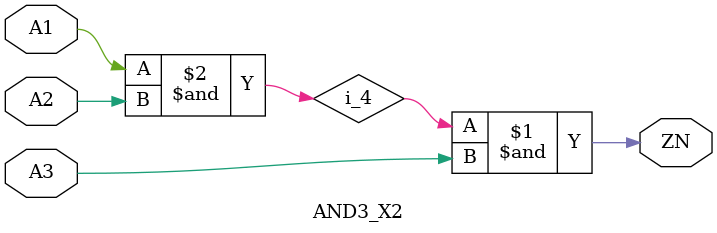
<source format=v>
module AND3_X2 (A1, A2, A3, ZN);
  input A1;
  input A2;
  input A3;
  output ZN;

  and(ZN, i_4, A3);
  and(i_4, A1, A2);

  specify
    (A1 => ZN) = (0.1, 0.1);
    (A2 => ZN) = (0.1, 0.1);
    (A3 => ZN) = (0.1, 0.1);
  endspecify

endmodule

</source>
